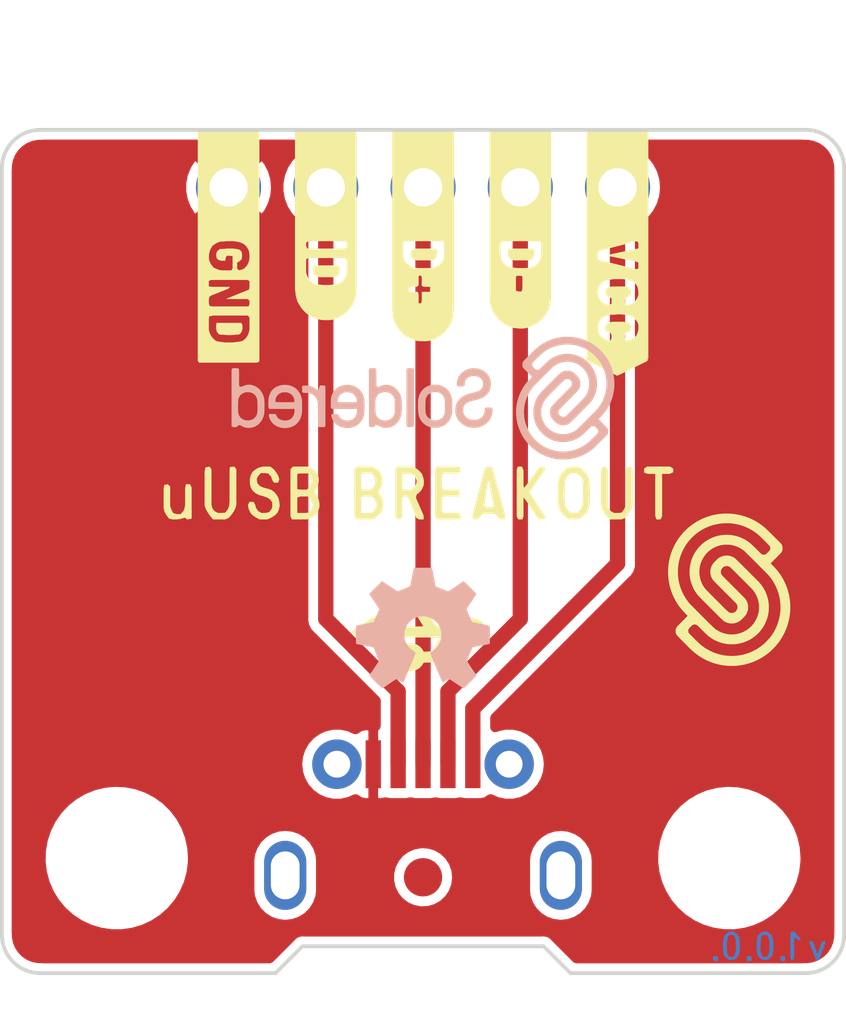
<source format=kicad_pcb>
(kicad_pcb (version 20210126) (generator pcbnew)
  (layers (0 "F.Cu" signal) (31 "B.Cu" signal) (34 "B.Paste" user) (35 "F.Paste" user) (36 "B.SilkS" user "B.Silkscreen") (37 "F.SilkS" user "F.Silkscreen") (38 "B.Mask" user) (39 "F.Mask" user) (44 "Edge.Cuts" user))
  (net 0 "")
  (net 1 "/GND")
  (net 2 "/ID")
  (net 3 "/D+")
  (net 4 "/D-")
  (net 5 "/VCC")
  (footprint "buzzardLabel" (layer "F.Cu") (at 112.6 104.6 -90)
    (fp_text reference "" (at 0 0 90) (layer "F.SilkS") (effects (font (size 1.27 1.27))))
    (fp_text value "" (at 0 0 90) (layer "F.SilkS") (effects (font (size 1.27 1.27))))
  )
  (footprint "buzzardLabel" (layer "F.Cu") (at 115.14 104.6 -90)
    (fp_text reference "" (at 0 0 90) (layer "F.SilkS") (effects (font (size 1.27 1.27))))
    (fp_text value "" (at 0 0 90) (layer "F.SilkS") (effects (font (size 1.27 1.27))))
  )
  (footprint "e-radionica.com footprinti:FIDUCIAL_1MM_PASTE" (layer "F.Cu") (at 112.6 124.5)
    (fp_text reference "FD1")
    (fp_text value "Fiducial_Stencil")
    (pad "1" smd circle (at 0 0) (size 1 1) (property pad_prop_fiducial_glob) (layers "F.Cu" "F.Paste" "F.Mask"))
  )
  (footprint "e-radionica.com footprinti:HOLE_3.2mm" (layer "F.Cu") (at 104.6 124)
    (fp_text reference "H1" hide)
    (fp_text value "HOLE_3.2mm" hide)
    (pad "" np_thru_hole circle (at 0 0) (size 3.2 3.2) (drill 3.2) (layers F&B.Cu *.Mask))
  )
  (footprint "Soldered Graphics:Logo-Front-Soldered-4mm" (layer "F.Cu") (at 120.6 117)
    (fp_text reference "G***" hide)
    (fp_text value "LOGO" hide)
  )
  (footprint "buzzardLabel" (layer "F.Cu") (at 107.52 104.6 -90)
    (fp_text reference "" (at 0 0 90) (layer "F.SilkS") (effects (font (size 1.27 1.27))))
    (fp_text value "" (at 0 0 90) (layer "F.SilkS") (effects (font (size 1.27 1.27))))
  )
  (footprint "buzzardLabel" (layer "F.Cu") (at 112.5 114.5)
    (fp_text reference "" (at 0 0) (layer "F.SilkS") (effects (font (size 1.27 1.27))))
    (fp_text value "" (at 0 0) (layer "F.SilkS") (effects (font (size 1.27 1.27))))
  )
  (footprint "e-radionica.com footprinti:MICRO_USB" (layer "F.Cu") (at 112.6 123 180)
    (fp_text reference "K2")
    (fp_text value "MICRO_USB")
    (pad "1" smd rect (at -1.3 1.45 180) (size 0.4 1.25) (layers "F.Cu" "F.Paste" "F.Mask") (net 5 "/VCC"))
    (pad "2" smd rect (at -0.65 1.45 180) (size 0.4 1.25) (layers "F.Cu" "F.Paste" "F.Mask") (net 4 "/D-"))
    (pad "3" smd rect (at 0 1.45 180) (size 0.4 1.25) (layers "F.Cu" "F.Paste" "F.Mask") (net 3 "/D+"))
    (pad "4" smd rect (at 0.65 1.45 180) (size 0.4 1.25) (layers "F.Cu" "F.Paste" "F.Mask") (net 2 "/ID"))
    (pad "5" smd rect (at 1.3 1.45 180) (size 0.4 1.25) (layers "F.Cu" "F.Paste" "F.Mask") (net 1 "/GND"))
    (pad "6" thru_hole circle (at -2.25 1.45 180) (size 1.29 1.29) (drill 0.7) (layers *.Cu *.Mask))
    (pad "7" thru_hole circle (at 2.25 1.45 180) (size 1.29 1.29) (drill 0.7) (layers *.Cu *.Mask))
    (pad "8" thru_hole oval (at -3.6 -1.45 180) (size 1.1 1.8) (drill oval 0.75 1.25) (layers *.Cu *.Mask))
    (pad "9" thru_hole oval (at 3.6 -1.45 180) (size 1.1 1.8) (drill oval 0.75 1.25) (layers *.Cu *.Mask))
  )
  (footprint "e-radionica.com footprinti:HOLE_3.2mm" (layer "F.Cu") (at 120.6 124)
    (fp_text reference "H2" hide)
    (fp_text value "HOLE_3.2mm" hide)
    (pad "" np_thru_hole circle (at 0 0) (size 3.2 3.2) (drill 3.2) (layers F&B.Cu *.Mask))
  )
  (footprint "Soldered Graphics:Symbol-Front-USB" (layer "F.Cu") (at 112.5 118.1 90)
    (fp_text reference "G***" hide)
    (fp_text value "LOGO" hide)
  )
  (footprint "buzzardLabel" (layer "F.Cu") (at 110.06 104.6 -90)
    (fp_text reference "" (at 0 0 90) (layer "F.SilkS") (effects (font (size 1.27 1.27))))
    (fp_text value "" (at 0 0 90) (layer "F.SilkS") (effects (font (size 1.27 1.27))))
  )
  (footprint "Soldered Graphics:Logo-Back-OSH-3.5mm" (layer "F.Cu") (at 112.6 118)
    (fp_text reference "G***" hide)
    (fp_text value "LOGO" hide)
  )
  (footprint "buzzardLabel" (layer "F.Cu") (at 117.68 104.6 -90)
    (fp_text reference "" (at 0 0 90) (layer "F.SilkS") (effects (font (size 1.27 1.27))))
    (fp_text value "" (at 0 0 90) (layer "F.SilkS") (effects (font (size 1.27 1.27))))
  )
  (footprint "Soldered Graphics:Logo-Back-SolderedFULL-10mm" (layer "F.Cu") (at 112.6 112)
    (fp_text reference "G***" hide)
    (fp_text value "LOGO" hide)
  )
  (footprint "Soldered Graphics:Version1.0.0." (layer "B.Cu") (at 121.6 126.3 180)
    (fp_text reference "" (at 0 0) (layer "B.SilkS") (effects (font (size 1.27 1.27)) (justify mirror)))
    (fp_text value "" (at 0 0) (layer "B.SilkS") (effects (font (size 1.27 1.27)) (justify mirror)))
    (fp_poly (pts (xy -0.67 -0.35) (xy -0.62 -0.35) (xy -0.6 -0.31) (xy -0.6 0.35) (xy -0.64 0.38) (xy -0.69 0.38) (xy -0.73 0.34) (xy -0.84 0.22) (xy -0.86 0.17) (xy -0.83 0.16) (xy -0.73 0.22) (xy -0.69 0.23) (xy -0.69 -0.31) (xy -0.67 -0.35)) (layer "B.Cu") (width 0.01) (fill solid))
    (fp_poly (pts (xy 1.31 -0.38) (xy 1.36 -0.38) (xy 1.41 -0.37) (xy 1.42 -0.33) (xy 1.42 -0.27) (xy 1.38 -0.26) (xy 1.33 -0.26) (xy 1.3 -0.29) (xy 1.3 -0.34) (xy 1.31 -0.38)) (layer "B.Cu") (width 0.01) (fill solid))
    (fp_poly (pts (xy 0.06 -0.35) (xy 0.11 -0.35) (xy 0.17 -0.33) (xy 0.13 -0.28) (xy 0.03 -0.28) (xy -0.01 -0.25) (xy -0.03 -0.2) (xy -0.05 -0.15) (xy -0.05 -0.11) (xy -0.05 0.01) (xy -0.05 0.13) (xy -0.05 0.17) (xy -0.03 0.22) (xy -0.01 0.27) (xy 0.02 0.3) (xy 0.13 0.3) (xy 0.16 0.26) (xy 0.18 0.21) (xy 0.18 0.15) (xy 0.19 0.05) (xy 0.19 -0.08) (xy 0.19 -0.12) (xy 0.18 -0.17) (xy 0.16 -0.22) (xy 0.14 -0.27) (xy 0.14 -0.28) (xy 0.17 -0.32) (xy 0.21 -0.29) (xy 0.24 -0.26) (xy 0.26 -0.22) (xy 0.27 -0.16) (xy 0.28 -0.11) (xy 0.28 -0.06) (xy 0.28 0.06) (xy 0.28 0.12) (xy 0.27 0.17) (xy 0.26 0.22) (xy 0.25 0.27) (xy 0.22 0.3) (xy 0.19 0.34) (xy 0.13 0.37) (xy 0.08 0.38) (xy 0.02 0.38) (xy -0.03 0.35) (xy -0.08 0.31) (xy -0.1 0.28) (xy -0.12 0.23) (xy -0.14 0.18) (xy -0.14 0.13) (xy -0.15 0.08) (xy -0.15 -0.04) (xy -0.14 -0.1) (xy -0.14 -0.14) (xy -0.13 -0.2) (xy -0.11 -0.25) (xy -0.08 -0.28) (xy -0.05 -0.32) (xy 0.01 -0.35) (xy 0.06 -0.35)) (layer "B.Cu") (width 0.01) (fill solid))
    (fp_poly (pts (xy -0.44 -0.38) (xy -0.39 -0.38) (xy -0.34 -0.37) (xy -0.34 -0.33) (xy -0.34 -0.27) (xy -0.38 -0.26) (xy -0.43 -0.26) (xy -0.46 -0.29) (xy -0.46 -0.34) (xy -0.44 -0.38)) (layer "B.Cu") (width 0.01) (fill solid))
    (fp_poly (pts (xy 0.93 -0.35) (xy 0.99 -0.35) (xy 1.04 -0.33) (xy 1.01 -0.28) (xy 0.91 -0.28) (xy 0.87 -0.25) (xy 0.85 -0.2) (xy 0.83 -0.15) (xy 0.83 -0.11) (xy 0.82 0.01) (xy 0.83 0.13) (xy 0.83 0.17) (xy 0.84 0.22) (xy 0.87 0.27) (xy 0.9 0.3) (xy 1.01 0.3) (xy 1.04 0.26) (xy 1.05 0.21) (xy 1.06 0.15) (xy 1.07 0.05) (xy 1.07 -0.08) (xy 1.06 -0.12) (xy 1.06 -0.17) (xy 1.04 -0.22) (xy 1.02 -0.27) (xy 1.01 -0.28) (xy 1.05 -0.32) (xy 1.09 -0.29) (xy 1.12 -0.26) (xy 1.14 -0.22) (xy 1.15 -0.16) (xy 1.16 -0.11) (xy 1.16 -0.06) (xy 1.16 0.06) (xy 1.16 0.12) (xy 1.15 0.17) (xy 1.14 0.22) (xy 1.13 0.27) (xy 1.1 0.3) (xy 1.06 0.34) (xy 1.01 0.37) (xy 0.95 0.38) (xy 0.9 0.38) (xy 0.84 0.35) (xy 0.8 0.31) (xy 0.78 0.28) (xy 0.75 0.23) (xy 0.74 0.18) (xy 0.74 0.13) (xy 0.73 0.08) (xy 0.73 -0.04) (xy 0.73 -0.1) (xy 0.74 -0.14) (xy 0.75 -0.2) (xy 0.77 -0.25) (xy 0.79 -0.28) (xy 0.83 -0.32) (xy 0.89 -0.35) (xy 0.93 -0.35)) (layer "B.Cu") (width 0.01) (fill solid))
    (fp_poly (pts (xy 0.43 -0.38) (xy 0.48 -0.38) (xy 0.54 -0.37) (xy 0.54 -0.33) (xy 0.54 -0.27) (xy 0.5 -0.26) (xy 0.45 -0.26) (xy 0.42 -0.29) (xy 0.42 -0.34) (xy 0.43 -0.38)) (layer "B.Cu") (width 0.01) (fill solid))
    (fp_poly (pts (xy -1.33 -0.35) (xy -1.27 -0.35) (xy -1.25 -0.31) (xy -1.09 0.1) (xy -1.11 0.13) (xy -1.16 0.13) (xy -1.19 0.1) (xy -1.28 -0.16) (xy -1.3 -0.21) (xy -1.32 -0.17) (xy -1.41 0.09) (xy -1.44 0.13) (xy -1.49 0.13) (xy -1.51 0.1) (xy -1.36 -0.31) (xy -1.33 -0.35)) (layer "B.Cu") (width 0.01) (fill solid))
  )
  (footprint "e-radionica.com footprinti:HEADER_MALE_5X1" (layer "B.Cu") (at 112.6 106.5)
    (fp_text reference "K1")
    (fp_text value "HEADER_MALE_5X1")
    (pad "1" thru_hole circle (at -5.08 0) (size 1.7 1.7) (drill 1) (layers *.Cu *.Mask) (net 1 "/GND"))
    (pad "2" thru_hole circle (at -2.54 0) (size 1.7 1.7) (drill 1) (layers *.Cu *.Mask) (net 2 "/ID"))
    (pad "3" thru_hole circle (at 0 0) (size 1.7 1.7) (drill 1) (layers *.Cu *.Mask) (net 3 "/D+"))
    (pad "4" thru_hole circle (at 2.54 0) (size 1.7 1.7) (drill 1) (layers *.Cu *.Mask) (net 4 "/D-"))
    (pad "5" thru_hole circle (at 5.08 0) (size 1.7 1.7) (drill 1) (layers *.Cu *.Mask) (net 5 "/VCC"))
  )
  (gr_arc (start 122.6 106) (end 122.6 105) (angle 90) (layer "Edge.Cuts") (width 0.1))
  (gr_line (start 101.6 126) (end 101.6 106) (layer "Edge.Cuts") (width 0.1))
  (gr_line (start 108.75 127) (end 109.45 126.3) (layer "Edge.Cuts") (width 0.1))
  (gr_arc (start 122.6 126) (end 122.6 127) (angle -90) (layer "Edge.Cuts") (width 0.1))
  (gr_arc (start 102.6 126) (end 102.6 127) (angle 90) (layer "Edge.Cuts") (width 0.1))
  (gr_line (start 122.6 127) (end 116.45 127) (layer "Edge.Cuts") (width 0.1))
  (gr_line (start 123.6 106) (end 123.6 126) (layer "Edge.Cuts") (width 0.1))
  (gr_arc (start 102.6 106) (end 102.6 105) (angle -90) (layer "Edge.Cuts") (width 0.1))
  (gr_line (start 115.75 126.3) (end 116.45 127) (layer "Edge.Cuts") (width 0.1))
  (gr_line (start 109.45 126.3) (end 115.75 126.3) (layer "Edge.Cuts") (width 0.1))
  (gr_line (start 102.6 105) (end 122.6 105) (layer "Edge.Cuts") (width 0.1))
  (gr_line (start 108.75 127) (end 102.6 127) (layer "Edge.Cuts") (width 0.1))
  (segment (start 110.06 117.76) (end 111.95 119.65) (width 0.4) (layer "F.Cu") (net 2))
  (segment (start 111.95 119.65) (end 111.95 121.55) (width 0.4) (layer "F.Cu") (net 2))
  (segment (start 110.06 106.5) (end 110.06 117.76) (width 0.4) (layer "F.Cu") (net 2))
  (segment (start 112.6 106.5) (end 112.6 121.55) (width 0.4) (layer "F.Cu") (net 3))
  (segment (start 115.14 117.76) (end 113.25 119.65) (width 0.4) (layer "F.Cu") (net 4))
  (segment (start 115.14 106.5) (end 115.14 117.76) (width 0.4) (layer "F.Cu") (net 4))
  (segment (start 113.25 119.65) (end 113.25 121.55) (width 0.4) (layer "F.Cu") (net 4))
  (segment (start 117.68 106.5) (end 117.68 116.32) (width 0.4) (layer "F.Cu") (net 5))
  (segment (start 117.68 116.32) (end 113.9 120.1) (width 0.4) (layer "F.Cu") (net 5))
  (segment (start 113.9 120.1) (end 113.9 120.9) (width 0.4) (layer "F.Cu") (net 5))
  (zone (net 1) (net_name "/GND") (layer "F.Cu") (connect_pads (clearance 0.254)) (min_thickness 0.254) (fill yes (thermal_gap 0.254) (thermal_bridge_width 0.254))
    (polygon (pts (xy 123.6 127) (xy 101.6 127) (xy 101.6 105) (xy 123.6 105)))
  )
)
</source>
